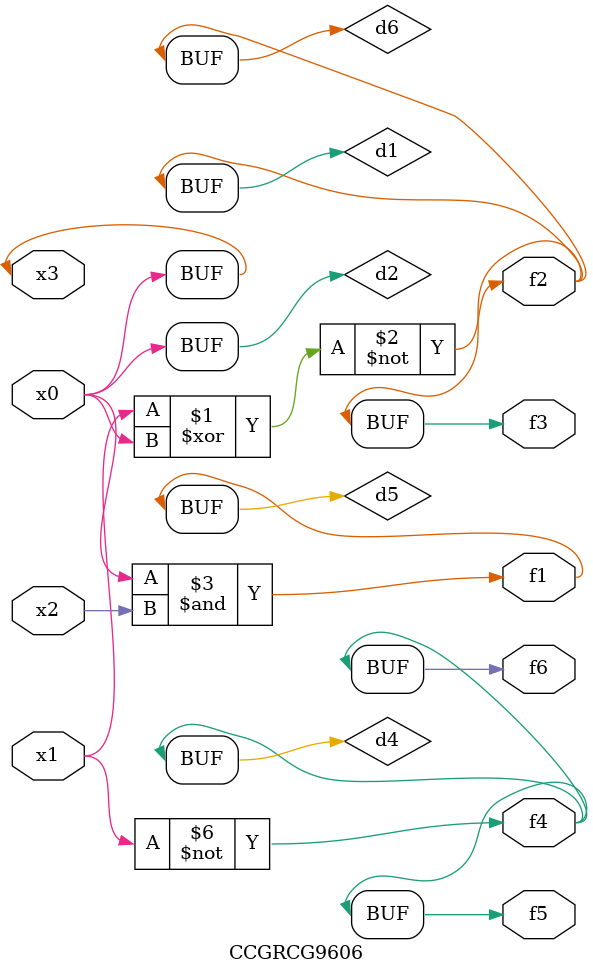
<source format=v>
module CCGRCG9606(
	input x0, x1, x2, x3,
	output f1, f2, f3, f4, f5, f6
);

	wire d1, d2, d3, d4, d5, d6;

	xnor (d1, x1, x3);
	buf (d2, x0, x3);
	nand (d3, x0, x2);
	not (d4, x1);
	nand (d5, d3);
	or (d6, d1);
	assign f1 = d5;
	assign f2 = d6;
	assign f3 = d6;
	assign f4 = d4;
	assign f5 = d4;
	assign f6 = d4;
endmodule

</source>
